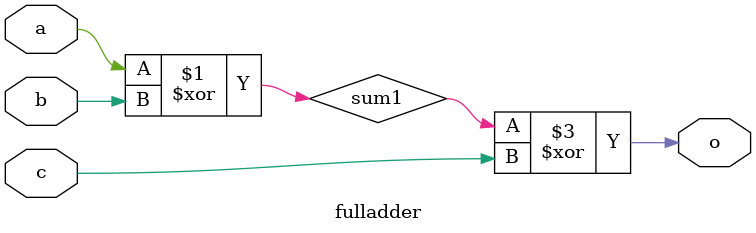
<source format=v>
module fulladder(
    input a,
    input b,
    input c,
    output o
);
    wire sum1, carry1, carry2;
    
    // First half adder
    assign sum1 = a ^ b;
    assign carry1 = a & b;
    
    // Second half adder
    assign o = sum1 ^ c;
    assign carry2 = sum1 & c;
    
    // Final carry
    assign cout = carry1 | carry2;
    
endmodule 
</source>
